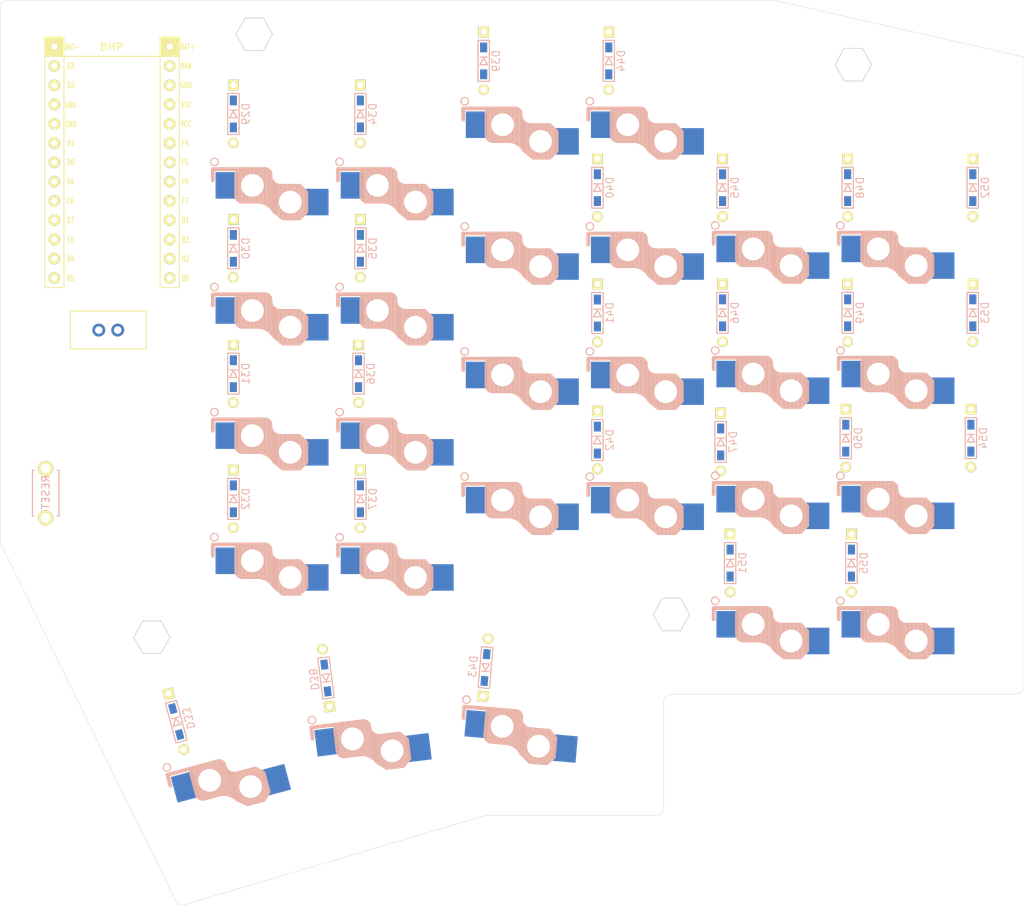
<source format=kicad_pcb>
(kicad_pcb (version 20241229) (generator "pcbnew") (generator_version "9.0")
  (layers (0 "F.Cu" signal) (2 "B.Cu" signal) (13 "F.Paste" user) (15 "B.Paste" user) (5 "F.SilkS" user "F.Silkscreen") (7 "B.SilkS" user "B.Silkscreen") (1 "F.Mask" user) (3 "B.Mask" user) (25 "Edge.Cuts" user))
  (net 0 "")
  (net 1 "Row0")
  (net 2 "Net-(D29-A)")
  (net 3 "Net-(D30-A)")
  (net 4 "Row1")
  (net 5 "Net-(D31-A)")
  (net 6 "Row2")
  (net 7 "Row3")
  (net 8 "Net-(D32-A)")
  (net 9 "Net-(D33-A)")
  (net 10 "Row4")
  (net 11 "Net-(D34-A)")
  (net 12 "Net-(D35-A)")
  (net 13 "Net-(D36-A)")
  (net 14 "Net-(D37-A)")
  (net 15 "Net-(D38-A)")
  (net 16 "Net-(D39-A)")
  (net 17 "Net-(D40-A)")
  (net 18 "Net-(D41-A)")
  (net 19 "Net-(D42-A)")
  (net 20 "Net-(D43-A)")
  (net 21 "Net-(D44-A)")
  (net 22 "Net-(D45-A)")
  (net 23 "Net-(D46-A)")
  (net 24 "Net-(D47-A)")
  (net 25 "Net-(D48-A)")
  (net 26 "Net-(D49-A)")
  (net 27 "Net-(D50-A)")
  (net 28 "Net-(D51-A)")
  (net 29 "Net-(D52-A)")
  (net 30 "Net-(D53-A)")
  (net 31 "Net-(D54-A)")
  (net 32 "Net-(D55-A)")
  (net 33 "GND")
  (net 34 "Bat+")
  (net 35 "Col0")
  (net 36 "Col1")
  (net 37 "Col2")
  (net 38 "Col3")
  (net 39 "Col4")
  (net 40 "Col5")
  (net 41 "Reset")
  (net 42 "VCC")
  (footprint "kbd_Parts:Diode_TH_SMD" (layer "F.Cu") (at 161.25 48 -90)
    (property "Reference" "D44" (at 0 -1.63 90) (layer "B.SilkS") (effects (font (thickness 0.125)) (justify mirror)))
    (property "Value" "D" (hide yes))
    (pad "1" thru_hole rect (at -3.81 0 270) (size 1.397 1.397) (drill 0.8128) (layers "*.Cu" "*.Mask" "F.SilkS") (net 1 "Row0"))
    (pad "1" smd rect (at -1.775 0 270) (size 1.3 0.95) (layers "B.Cu" "B.Mask" "B.Paste") (net 1 "Row0"))
    (pad "2" smd rect (at 1.775 0 270) (size 1.3 0.95) (layers "B.Cu" "B.Mask" "B.Paste") (net 21 "Net-(D44-A)"))
    (pad "2" thru_hole circle (at 3.81 0 270) (size 1.397 1.397) (drill 0.8128) (layers "*.Cu" "*.Mask" "F.SilkS") (net 21 "Net-(D44-A)"))
  )
  (footprint "kbd_Parts:Diode_TH_SMD" (layer "F.Cu") (at 128.5 55 -90)
    (property "Reference" "D34" (at 0 -1.63 90) (layer "B.SilkS") (effects (font (thickness 0.125)) (justify mirror)))
    (property "Value" "D" (hide yes))
    (pad "1" thru_hole rect (at -3.81 0 270) (size 1.397 1.397) (drill 0.8128) (layers "*.Cu" "*.Mask" "F.SilkS") (net 1 "Row0"))
    (pad "1" smd rect (at -1.775 0 270) (size 1.3 0.95) (layers "B.Cu" "B.Mask" "B.Paste") (net 1 "Row0"))
    (pad "2" smd rect (at 1.775 0 270) (size 1.3 0.95) (layers "B.Cu" "B.Mask" "B.Paste") (net 11 "Net-(D34-A)"))
    (pad "2" thru_hole circle (at 3.81 0 270) (size 1.397 1.397) (drill 0.8128) (layers "*.Cu" "*.Mask" "F.SilkS") (net 11 "Net-(D34-A)"))
  )
  (footprint "kbd_Hole:m2_Spacer_Hole_hex" (layer "F.Cu") (at 193.5 48.5)
    (property "Reference" "Ref**")
    (property "Value" "Val**")
    (fp_line (start -2.4 0) (end -1.2 2.15) (stroke (width 0.1)) (layer "Edge.Cuts"))
    (fp_line (start -1.2 -2.15) (end -2.4 0) (stroke (width 0.1)) (layer "Edge.Cuts"))
    (fp_line (start -1.2 2.15) (end 1.2 2.15) (stroke (width 0.1)) (layer "Edge.Cuts"))
    (fp_line (start 1.2 -2.15) (end -1.2 -2.15) (stroke (width 0.1)) (layer "Edge.Cuts"))
    (fp_line (start 1.2 2.15) (end 2.4 0) (stroke (width 0.1)) (layer "Edge.Cuts"))
    (fp_line (start 2.4 0) (end 1.2 -2.15) (stroke (width 0.1)) (layer "Edge.Cuts"))
  )
  (footprint "kbd_SW:Choc_v2_Hotswap_1u_16.5" (layer "F.Cu") (at 152.25 102.221)
    (property "Reference" "SW42" (hide yes))
    (property "Value" "SW_Push" (hide yes))
    (pad "" np_thru_hole circle (at -5 3.7 90) (size 3 3) (drill 3) (layers "*.Cu" "*.Mask"))
    (pad "" np_thru_hole circle (at 0 0 90) (size 4.8 4.8) (drill 4.8) (layers "*.Cu" "*.Mask"))
    (pad "" np_thru_hole circle (at 0 5.9 90) (size 3 3) (drill 3) (layers "*.Cu" "*.Mask"))
    (pad "" np_thru_hole circle (at 5 -5.55) (size 1 1) (drill oval 1) (layers "*.Cu" "*.Mask"))
    (pad "1" smd rect (at -8.35 3.7 180) (size 3 3.5) (layers "B.Cu" "B.Mask" "B.Paste") (net 37 "Col2"))
    (pad "2" smd rect (at 3.55 5.9 180) (size 3 3.5) (layers "B.Cu" "B.Mask" "B.Paste") (net 19 "Net-(D42-A)"))
  )
  (footprint "kbd_Parts:Diode_TH_SMD" (layer "F.Cu") (at 144.75 48 -90)
    (property "Reference" "D39" (at 0 -1.63 90) (layer "B.SilkS") (effects (font (thickness 0.125)) (justify mirror)))
    (property "Value" "D" (hide yes))
    (pad "1" thru_hole rect (at -3.81 0 270) (size 1.397 1.397) (drill 0.8128) (layers "*.Cu" "*.Mask" "F.SilkS") (net 1 "Row0"))
    (pad "1" smd rect (at -1.775 0 270) (size 1.3 0.95) (layers "B.Cu" "B.Mask" "B.Paste") (net 1 "Row0"))
    (pad "2" smd rect (at 1.775 0 270) (size 1.3 0.95) (layers "B.Cu" "B.Mask" "B.Paste") (net 16 "Net-(D39-A)"))
    (pad "2" thru_hole circle (at 3.81 0 270) (size 1.397 1.397) (drill 0.8128) (layers "*.Cu" "*.Mask" "F.SilkS") (net 16 "Net-(D39-A)"))
  )
  (footprint "kbd_SW:Choc_v2_Hotswap_1u_16.5" (layer "F.Cu") (at 131.9625 133.125 7)
    (property "Reference" "SW38" (hide yes))
    (property "Value" "SW_Push" (hide yes))
    (pad "" np_thru_hole circle (at -5 3.7 97) (size 3 3) (drill 3) (layers "*.Cu" "*.Mask"))
    (pad "" np_thru_hole circle (at 0 0 97) (size 4.8 4.8) (drill 4.8) (layers "*.Cu" "*.Mask"))
    (pad "" np_thru_hole circle (at 0 5.9 97) (size 3 3) (drill 3) (layers "*.Cu" "*.Mask"))
    (pad "" np_thru_hole circle (at 5 -5.55 7) (size 1 1) (drill oval 1) (layers "*.Cu" "*.Mask"))
    (pad "1" smd rect (at -8.35 3.7 187) (size 3 3.5) (layers "B.Cu" "B.Mask" "B.Paste") (net 36 "Col1"))
    (pad "2" smd rect (at 3.55 5.9 187) (size 3 3.5) (layers "B.Cu" "B.Mask" "B.Paste") (net 15 "Net-(D38-A)"))
  )
  (footprint "kbd_SW:Choc_v2_Hotswap_1u_16.5" (layer "F.Cu") (at 112.5 138 15)
    (property "Reference" "SW33" (hide yes))
    (property "Value" "SW_Push" (hide yes))
    (pad "" np_thru_hole circle (at -5 3.7 105) (size 3 3) (drill 3) (layers "*.Cu" "*.Mask"))
    (pad "" np_thru_hole circle (at 0 0 105) (size 4.8 4.8) (drill 4.8) (layers "*.Cu" "*.Mask"))
    (pad "" np_thru_hole circle (at 0 5.9 105) (size 3 3) (drill 3) (layers "*.Cu" "*.Mask"))
    (pad "" np_thru_hole circle (at 5 -5.550002 15) (size 1 1) (drill oval 1) (layers "*.Cu" "*.Mask"))
    (pad "1" smd rect (at -8.35 3.7 195) (size 3 3.5) (layers "B.Cu" "B.Mask" "B.Paste") (net 35 "Col0"))
    (pad "2" smd rect (at 3.55 5.9 195) (size 3 3.5) (layers "B.Cu" "B.Mask" "B.Paste") (net 9 "Net-(D33-A)"))
  )
  (footprint "kbd_SW:Choc_v2_Hotswap_1u_16.5" (layer "F.Cu") (at 185.2875 118.596)
    (property "Reference" "SW51" (hide yes))
    (property "Value" "SW_Push" (hide yes))
    (pad "" np_thru_hole circle (at -5 3.7 90) (size 3 3) (drill 3) (layers "*.Cu" "*.Mask"))
    (pad "" np_thru_hole circle (at 0 0 90) (size 4.8 4.8) (drill 4.8) (layers "*.Cu" "*.Mask"))
    (pad "" np_thru_hole circle (at 0 5.9 90) (size 3 3) (drill 3) (layers "*.Cu" "*.Mask"))
    (pad "" np_thru_hole circle (at 5 -5.55) (size 1 1) (drill oval 1) (layers "*.Cu" "*.Mask"))
    (pad "1" smd rect (at -8.35 3.7 180) (size 3 3.5) (layers "B.Cu" "B.Mask" "B.Paste") (net 39 "Col4"))
    (pad "2" smd rect (at 3.55 5.9 180) (size 3 3.5) (layers "B.Cu" "B.Mask" "B.Paste") (net 28 "Net-(D51-A)"))
  )
  (footprint "kbd_Hole:m2_Spacer_Hole_hex" (layer "F.Cu") (at 114.5 44.5)
    (property "Reference" "Ref**")
    (property "Value" "Val**")
    (fp_line (start -2.4 0) (end -1.2 2.15) (stroke (width 0.1)) (layer "Edge.Cuts"))
    (fp_line (start -1.2 -2.15) (end -2.4 0) (stroke (width 0.1)) (layer "Edge.Cuts"))
    (fp_line (start -1.2 2.15) (end 1.2 2.15) (stroke (width 0.1)) (layer "Edge.Cuts"))
    (fp_line (start 1.2 -2.15) (end -1.2 -2.15) (stroke (width 0.1)) (layer "Edge.Cuts"))
    (fp_line (start 1.2 2.15) (end 2.4 0) (stroke (width 0.1)) (layer "Edge.Cuts"))
    (fp_line (start 2.4 0) (end 1.2 -2.15) (stroke (width 0.1)) (layer "Edge.Cuts"))
  )
  (footprint "kbd_Hole:m2_Spacer_Hole_hex" (layer "F.Cu") (at 169.5 121)
    (property "Reference" "Ref**")
    (property "Value" "Val**")
    (fp_line (start -2.4 0) (end -1.2 2.15) (stroke (width 0.1)) (layer "Edge.Cuts"))
    (fp_line (start -1.2 -2.15) (end -2.4 0) (stroke (width 0.1)) (layer "Edge.Cuts"))
    (fp_line (start -1.2 2.15) (end 1.2 2.15) (stroke (width 0.1)) (layer "Edge.Cuts"))
    (fp_line (start 1.2 -2.15) (end -1.2 -2.15) (stroke (width 0.1)) (layer "Edge.Cuts"))
    (fp_line (start 1.2 2.15) (end 2.4 0) (stroke (width 0.1)) (layer "Edge.Cuts"))
    (fp_line (start 2.4 0) (end 1.2 -2.15) (stroke (width 0.1)) (layer "Edge.Cuts"))
  )
  (footprint "kbd_Parts:Diode_TH_SMD" (layer "F.Cu") (at 128.5 105.75 -90)
    (property "Reference" "D37" (at 0 -1.63 90) (layer "B.SilkS") (effects (font (thickness 0.125)) (justify mirror)))
    (property "Value" "D" (hide yes))
    (pad "1" thru_hole rect (at -3.81 0 270) (size 1.397 1.397) (drill 0.8128) (layers "*.Cu" "*.Mask" "F.SilkS") (net 7 "Row3"))
    (pad "1" smd rect (at -1.775 0 270) (size 1.3 0.95) (layers "B.Cu" "B.Mask" "B.Paste") (net 7 "Row3"))
    (pad "2" smd rect (at 1.775 0 270) (size 1.3 0.95) (layers "B.Cu" "B.Mask" "B.Paste") (net 14 "Net-(D37-A)"))
    (pad "2" thru_hole circle (at 3.81 0 270) (size 1.397 1.397) (drill 0.8128) (layers "*.Cu" "*.Mask" "F.SilkS") (net 14 "Net-(D37-A)"))
  )
  (footprint "kbd_Parts:Diode_TH_SMD" (layer "F.Cu") (at 159.75 64.721 -90)
    (property "Reference" "D40" (at 0 -1.63 90) (layer "B.SilkS") (effects (font (thickness 0.125)) (justify mirror)))
    (property "Value" "D" (hide yes))
    (pad "1" thru_hole rect (at -3.81 0 270) (size 1.397 1.397) (drill 0.8128) (layers "*.Cu" "*.Mask" "F.SilkS") (net 4 "Row1"))
    (pad "1" smd rect (at -1.775 0 270) (size 1.3 0.95) (layers "B.Cu" "B.Mask" "B.Paste") (net 4 "Row1"))
    (pad "2" smd rect (at 1.775 0 270) (size 1.3 0.95) (layers "B.Cu" "B.Mask" "B.Paste") (net 17 "Net-(D40-A)"))
    (pad "2" thru_hole circle (at 3.81 0 270) (size 1.397 1.397) (drill 0.8128) (layers "*.Cu" "*.Mask" "F.SilkS") (net 17 "Net-(D40-A)"))
  )
  (footprint "kbd_Parts:Diode_TH_SMD" (layer "F.Cu") (at 159.75 81.25 -90)
    (property "Reference" "D41" (at 0 -1.63 90) (layer "B.SilkS") (effects (font (thickness 0.125)) (justify mirror)))
    (property "Value" "D" (hide yes))
    (pad "1" thru_hole rect (at -3.81 0 270) (size 1.397 1.397) (drill 0.8128) (layers "*.Cu" "*.Mask" "F.SilkS") (net 6 "Row2"))
    (pad "1" smd rect (at -1.775 0 270) (size 1.3 0.95) (layers "B.Cu" "B.Mask" "B.Paste") (net 6 "Row2"))
    (pad "2" smd rect (at 1.775 0 270) (size 1.3 0.95) (layers "B.Cu" "B.Mask" "B.Paste") (net 18 "Net-(D41-A)"))
    (pad "2" thru_hole circle (at 3.81 0 270) (size 1.397 1.397) (drill 0.8128) (layers "*.Cu" "*.Mask" "F.SilkS") (net 18 "Net-(D41-A)"))
  )
  (footprint "kbd_SW:Choc_v2_Hotswap_1u_16.5" (layer "F.Cu") (at 119.25 60.721)
    (property "Reference" "SW29" (hide yes))
    (property "Value" "SW_Push" (hide yes))
    (pad "" np_thru_hole circle (at -5 3.7 90) (size 3 3) (drill 3) (layers "*.Cu" "*.Mask"))
    (pad "" np_thru_hole circle (at 0 0 90) (size 4.8 4.8) (drill 4.8) (layers "*.Cu" "*.Mask"))
    (pad "" np_thru_hole circle (at 0 5.9 90) (size 3 3) (drill 3) (layers "*.Cu" "*.Mask"))
    (pad "" np_thru_hole circle (at 5 -5.55) (size 1 1) (drill oval 1) (layers "*.Cu" "*.Mask"))
    (pad "1" smd rect (at -8.35 3.7 180) (size 3 3.5) (layers "B.Cu" "B.Mask" "B.Paste") (net 35 "Col0"))
    (pad "2" smd rect (at 3.55 5.9 180) (size 3 3.5) (layers "B.Cu" "B.Mask" "B.Paste") (net 2 "Net-(D29-A)"))
  )
  (footprint "kbd_SW:Choc_v2_Hotswap_1u_16.5" (layer "F.Cu") (at 168.75 85.721)
    (property "Reference" "SW46" (hide yes))
    (property "Value" "SW_Push" (hide yes))
    (pad "" np_thru_hole circle (at -5 3.7 90) (size 3 3) (drill 3) (layers "*.Cu" "*.Mask"))
    (pad "" np_thru_hole circle (at 0 0 90) (size 4.8 4.8) (drill 4.8) (layers "*.Cu" "*.Mask"))
    (pad "" np_thru_hole circle (at 0 5.9 90) (size 3 3) (drill 3) (layers "*.Cu" "*.Mask"))
    (pad "" np_thru_hole circle (at 5 -5.55) (size 1 1) (drill oval 1) (layers "*.Cu" "*.Mask"))
    (pad "1" smd rect (at -8.35 3.7 180) (size 3 3.5) (layers "B.Cu" "B.Mask" "B.Paste") (net 38 "Col3"))
    (pad "2" smd rect (at 3.55 5.9 180) (size 3 3.5) (layers "B.Cu" "B.Mask" "B.Paste") (net 23 "Net-(D46-A)"))
  )
  (footprint "kbd_SW:Choc_v2_Hotswap_1u_16.5" (layer "F.Cu") (at 201.7875 102.096)
    (property "Reference" "SW54" (hide yes))
    (property "Value" "SW_Push" (hide yes))
    (pad "" np_thru_hole circle (at -5 3.7 90) (size 3 3) (drill 3) (layers "*.Cu" "*.Mask"))
    (pad "" np_thru_hole circle (at 0 0 90) (size 4.8 4.8) (drill 4.8) (layers "*.Cu" "*.Mask"))
    (pad "" np_thru_hole circle (at 0 5.9 90) (size 3 3) (drill 3) (layers "*.Cu" "*.Mask"))
    (pad "" np_thru_hole circle (at 5 -5.55) (size 1 1) (drill oval 1) (layers "*.Cu" "*.Mask"))
    (pad "1" smd rect (at -8.35 3.7 180) (size 3 3.5) (layers "B.Cu" "B.Mask" "B.Paste") (net 40 "Col5"))
    (pad "2" smd rect (at 3.55 5.9 180) (size 3 3.5) (layers "B.Cu" "B.Mask" "B.Paste") (net 31 "Net-(D54-A)"))
  )
  (footprint "kbd_SW:Choc_v2_Hotswap_1u_16.5" (layer "F.Cu") (at 185.2875 102.096)
    (property "Reference" "SW50" (hide yes))
    (property "Value" "SW_Push" (hide yes))
    (pad "" np_thru_hole circle (at -5 3.7 90) (size 3 3) (drill 3) (layers "*.Cu" "*.Mask"))
    (pad "" np_thru_hole circle (at 0 0 90) (size 4.8 4.8) (drill 4.8) (layers "*.Cu" "*.Mask"))
    (pad "" np_thru_hole circle (at 0 5.9 90) (size 3 3) (drill 3) (layers "*.Cu" "*.Mask"))
    (pad "" np_thru_hole circle (at 5 -5.55) (size 1 1) (drill oval 1) (layers "*.Cu" "*.Mask"))
    (pad "1" smd rect (at -8.35 3.7 180) (size 3 3.5) (layers "B.Cu" "B.Mask" "B.Paste") (net 39 "Col4"))
    (pad "2" smd rect (at 3.55 5.9 180) (size 3 3.5) (layers "B.Cu" "B.Mask" "B.Paste") (net 27 "Net-(D50-A)"))
  )
  (footprint "kbd_Parts:Diode_TH_SMD" (layer "F.Cu") (at 176.25 64.721 -90)
    (property "Reference" "D45" (at 0 -1.63 90) (layer "B.SilkS") (effects (font (thickness 0.125)) (justify mirror)))
    (property "Value" "D" (hide yes))
    (pad "1" thru_hole rect (at -3.81 0 270) (size 1.397 1.397) (drill 0.8128) (layers "*.Cu" "*.Mask" "F.SilkS") (net 4 "Row1"))
    (pad "1" smd rect (at -1.775 0 270) (size 1.3 0.95) (layers "B.Cu" "B.Mask" "B.Paste") (net 4 "Row1"))
    (pad "2" smd rect (at 1.775 0 270) (size 1.3 0.95) (layers "B.Cu" "B.Mask" "B.Paste") (net 22 "Net-(D45-A)"))
    (pad "2" thru_hole circle (at 3.81 0 270) (size 1.397 1.397) (drill 0.8128) (layers "*.Cu" "*.Mask" "F.SilkS") (net 22 "Net-(D45-A)"))
  )
  (footprint "kbd_Parts:Diode_TH_SMD" (layer "F.Cu") (at 209.25 81.221 -90)
    (property "Reference" "D53" (at 0 -1.63 90) (layer "B.SilkS") (effects (font (thickness 0.125)) (justify mirror)))
    (property "Value" "D" (hide yes))
    (pad "1" thru_hole rect (at -3.81 0 270) (size 1.397 1.397) (drill 0.8128) (layers "*.Cu" "*.Mask" "F.SilkS") (net 4 "Row1"))
    (pad "1" smd rect (at -1.775 0 270) (size 1.3 0.95) (layers "B.Cu" "B.Mask" "B.Paste") (net 4 "Row1"))
    (pad "2" smd rect (at 1.775 0 270) (size 1.3 0.95) (layers "B.Cu" "B.Mask" "B.Paste") (net 30 "Net-(D53-A)"))
    (pad "2" thru_hole circle (at 3.81 0 270) (size 1.397 1.397) (drill 0.8128) (layers "*.Cu" "*.Mask" "F.SilkS") (net 30 "Net-(D53-A)"))
  )
  (footprint "kbd_Parts:Micon_BMP_7sKB" (layer "F.Cu") (at 95.7022 63.159)
    (property "Reference" "U1" (hide yes))
    (property "Value" "Micon_BLEMicroPro" (hide yes))
    (fp_text user "VCC" (at 9.8083 -6.858 0) (layer "F.SilkS") (effects (font (size 0.75 0.5) (thickness 0.125))))
    (fp_text user "B1" (at 9.7428 5.85 0) (layer "F.SilkS") (effects (font (size 0.75 0.5) (thickness 0.125))))
    (fp_text user "BAT-" (at -5.2072 -17.018 0) (layer "F.SilkS") (effects (font (size 0.75 0.5) (thickness 0.125))))
    (fp_text user "B5" (at -5.4072 13.5255 0) (layer "F.SilkS") (effects (font (size 0.75 0.5) (thickness 0.125))))
    (fp_text user "B2" (at 9.7428 10.95 0) (layer "F.SilkS") (effects (font (size 0.75 0.5) (thickness 0.125))))
    (fp_text user "D4" (at -5.4072 0.8 0) (layer "F.SilkS") (effects (font (size 0.75 0.5) (thickness 0.125))))
    (fp_text user "D2" (at -5.3572 -11.95 0) (layer "F.SilkS") (effects (font (size 0.75 0.5) (thickness 0.125))))
    (fp_text user "B6" (at 9.7428 13.5 0) (layer "F.SilkS") (effects (font (size 0.75 0.5) (thickness 0.125))))
    (fp_text user "GND" (at -5.3682 -6.7945 0) (layer "F.SilkS") (effects (font (size 0.75 0.5) (thickness 0.125))))
    (fp_text user "F7" (at 9.6928 3.35 0) (layer "F.SilkS") (effects (font (size 0.75 0.5) (thickness 0.125))))
    (fp_text user "" (at 0.5928 -17.25 0) (layer "F.SilkS"))
    (fp_text user "B3" (at 9.7428 8.4455 0) (layer "F.SilkS") (effects (font (size 0.75 0.5) (thickness 0.125))))
    (fp_text user "E6" (at -5.4072 8.4455 0) (layer "F.SilkS") (effects (font (size 0.75 0.5) (thickness 0.125))))
    (fp_text user "B4" (at -5.4072 10.922 0) (layer "F.SilkS") (effects (font (size 0.75 0.5) (thickness 0.125))))
    (fp_text user "D0" (at -5.3682 -1.778 0) (layer "F.SilkS") (effects (font (size 0.75 0.5) (thickness 0.125))))
    (fp_text user "C6" (at -5.4572 3.302 0) (layer "F.SilkS") (effects (font (size 0.75 0.5) (thickness 0.125))))
    (fp_text user "BAT+" (at 10.0083 -17.018 0) (layer "F.SilkS") (effects (font (size 0.75 0.5) (thickness 0.125))))
    (fp_text user "D7" (at -5.4072 5.85 0) (layer "F.SilkS") (effects (font (size 0.75 0.5) (thickness 0.125))))
    (fp_text user "RST" (at 9.8083 -9.3345 0) (layer "F.SilkS") (effects (font (size 0.75 0.5) (thickness 0.125))))
    (fp_text user "F4" (at 9.6928 -4.3 0) (layer "F.SilkS") (effects (font (size 0.75 0.5) (thickness 0.125))))
    (fp_text user "GND" (at 9.8083 -11.938 0) (layer "F.SilkS") (effects (font (size 0.75 0.5) (thickness 0.125))))
    (fp_text user "F6" (at 9.6928 0.762 0) (layer "F.SilkS") (effects (font (size 0.75 0.5) (thickness 0.125))))
    (fp_text user "D1" (at -5.3682 -4.318 0) (layer "F.SilkS") (effects (font (size 0.75 0.5) (thickness 0.125))))
    (fp_text user "BMP" (at 0 -17 0) (layer "F.SilkS"))
    (fp_text user "F5" (at 9.6428 -1.778 0) (layer "F.SilkS") (effects (font (size 0.75 0.5) (thickness 0.125))))
    (fp_text user "D3" (at -5.4072 -14.478 0) (layer "F.SilkS") (effects (font (size 0.75 0.5) (thickness 0.125))))
    (fp_text user "RAW" (at 9.8083 -14.478 0) (layer "F.SilkS") (effects (font (size 0.75 0.5) (thickness 0.125))))
    (fp_text user "GND" (at -5.4317 -9.3345 0) (layer "F.SilkS") (effects (font (size 0.75 0.5) (thickness 0.125))))
    (fp_text user "" (at 1.2993 -16.256 0) (layer "B.SilkS") (effects (justify mirror)))
    (pad "1" thru_hole circle (at -7.5636 -14.478) (size 1.524 1.524) (drill 0.8128) (layers "*.Cu" "*.Mask" "F.SilkS"))
    (pad "2" thru_hole circle (at -7.5636 -11.938) (size 1.524 1.524) (drill 0.8128) (layers "*.Cu" "*.Mask" "F.SilkS"))
    (pad "3" thru_hole circle (at -7.5636 -9.398) (size 1.524 1.524) (drill 0.8128) (layers "*.Cu" "*.Mask" "F.SilkS") (net 33 "GND"))
    (pad "4" thru_hole circle (at -7.5636 -6.858) (size 1.524 1.524) (drill 0.8128) (layers "*.Cu" "*.Mask" "F.SilkS") (net 33 "GND"))
    (pad "5" thru_hole circle (at -7.5636 -4.318) (size 1.524 1.524) (drill 0.8128) (layers "*.Cu" "*.Mask" "F.SilkS"))
    (pad "6" thru_hole circle (at -7.5636 -1.778) (size 1.524 1.524) (drill 0.8128) (layers "*.Cu" "*.Mask" "F.SilkS"))
    (pad "7" thru_hole circle (at -7.5636 0.762) (size 1.524 1.524) (drill 0.8128) (layers "*.Cu" "*.Mask" "F.SilkS") (net 1 "Row0"))
    (pad "8" thru_hole circle (at -7.5636 3.302) (size 1.524 1.524) (drill 0.8128) (layers "*.Cu" "*.Mask" "F.SilkS") (net 4 "Row1"))
    (pad "9" thru_hole circle (at -7.5636 5.842) (size 1.524 1.524) (drill 0.8128) (layers "*.Cu" "*.Mask" "F.SilkS") (net 6 "Row2"))
    (pad "10" thru_hole circle (at -7.5636 8.382) (size 1.524 1.524) (drill 0.8128) (layers "*.Cu" "*.Mask" "F.SilkS") (net 7 "Row3"))
    (pad "11" thru_hole circle (at -7.5636 10.922) (size 1.524 1.524) (drill 0.8128) (layers "*.Cu" "*.Mask" "F.SilkS") (net 10 "Row4"))
    (pad "12" thru_hole circle (at -7.5636 13.462) (size 1.524 1.524) (drill 0.8128) (layers "*.Cu" "*.Mask" "F.SilkS"))
    (pad "13" thru_hole circle (at 7.6564 13.462) (size 1.524 1.524) (drill 0.8128) (layers "*.Cu" "*.Mask" "F.SilkS"))
    (pad "14" thru_hole circle (at 7.6564 10.922) (size 1.524 1.524) (drill 0.8128) (layers "*.Cu" "*.Mask" "F.SilkS"))
    (pad "15" thru_hole circle (at 7.6564 8.382) (size 1.524 1.524) (drill 0.8128) (layers "*.Cu" "*.Mask" "F.SilkS") (net 40 "Col5"))
    (pad "16" thru_hole circle (at 7.6564 5.842) (size 1.524 1.524) (drill 0.8128) (layers "*.Cu" "*.Mask" "F.SilkS") (net 39 "Col4"))
    (pad "17" thru_hole circle (at 7.6564 3.302) (size 1.524 1.524) (drill 0.8128) (layers "*.Cu" "*.Mask" "F.SilkS") (net 38 "Col3"))
    (pad "18" thru_hole circle (at 7.6564 0.762) (size 1.524 1.524) (drill 0.8128) (layers "*.Cu" "*.Mask" "F.SilkS") (net 37 "Col2"))
    (pad "19" thru_hole circle (at 7.6564 -1.778) (size 1.524 1.524) (drill 0.8128) (layers "*.Cu" "*.Mask" "F.SilkS") (net 36 "Col1"))
    (pad "20" thru_hole circle (at 7.6564 -4.318) (size 1.524 1.524) (drill 0.8128) (layers "*.Cu" "*.Mask" "F.SilkS") (net 35 "Col0"))
    (pad "21" thru_hole circle (at 7.6564 -6.858) (size 1.524 1.524) (drill 0.8128) (layers "*.Cu" "*.Mask" "F.SilkS") (net 42 "VCC"))
    (pad "22" thru_hole circle (at 7.6564 -9.398) (size 1.524 1.524) (drill 0.8128) (layers "*.Cu" "*.Mask" "F.SilkS") (net 41 "Reset"))
    (pad "23" thru_hole circle (at 7.6564 -11.938) (size 1.524 1.524) (drill 0.8128) (layers "*.Cu" "*.Mask" "F.SilkS") (net 33 "GND"))
    (pad "24" thru_hole circle (at 7.6564 -14.478) (size 1.524 1.524) (drill 0.8128) (layers "*.Cu" "*.Mask" "F.SilkS"))
    (pad "25" thru_hole circle (at 7.6564 -17.018) (size 1.524 1.524) (drill 0.8128) (layers "*.Cu" "*.Mask" "F.SilkS") (net 34 "Bat+"))
    (pad "26" thru_hole circle (at -7.5636 -17.018) (size 1.524 1.524) (drill 0.8128) (layers "*.Cu" "*.Mask" "F.SilkS") (net 33 "GND"))
  )
  (footprint "kbd_Parts:Diode_TH_SMD" (layer "F.Cu") (at 128.25 89.25 -90)
    (property "Reference" "D36" (at 0 -1.63 90) (layer "B.SilkS") (effects (font (thickness 0.125)) (justify mirror)))
    (property "Value" "D" (hide yes))
    (pad "1" thru_hole rect (at -3.81 0 270) (size 1.397 1.397) (drill 0.8128) (layers "*.Cu" "*.Mask" "F.SilkS") (net 6 "Row2"))
    (pad "1" smd rect (at -1.775 0 270) (size 1.3 0.95) (layers "B.Cu" "B.Mask" "B.Paste") (net 6 "Row2"))
    (pad "2" smd rect (at 1.775 0 270) (size 1.3 0.95) (layers "B.Cu" "B.Mask" "B.Paste") (net 13 "Net-(D36-A)"))
    (pad "2" thru_hole circle (at 3.81 0 270) (size 1.397 1.397) (drill 0.8128) (layers "*.Cu" "*.Mask" "F.SilkS") (net 13 "Net-(D36-A)"))
  )
  (footprint "kbd_Parts:Diode_TH_SMD" (layer "F.Cu") (at 209.25 64.721 -90)
    (property "Reference" "D52" (at 0 -1.63 90) (layer "B.SilkS") (effects (font (thickness 0.125)) (justify mirror)))
    (property "Value" "D" (hide yes))
    (pad "1" thru_hole rect (at -3.81 0 270) (size 1.397 1.397) (drill 0.8128) (layers "*.Cu" "*.Mask" "F.SilkS") (net 1 "Row0"))
    (pad "1" smd rect (at -1.775 0 270) (size 1.3 0.95) (layers "B.Cu" "B.Mask" "B.Paste") (net 1 "Row0"))
    (pad "2" smd rect (at 1.775 0 270) (size 1.3 0.95) (layers "B.Cu" "B.Mask" "B.Paste") (net 29 "Net-(D52-A)"))
    (pad "2" thru_hole circle (at 3.81 0 270) (size 1.397 1.397) (drill 0.8128) (layers "*.Cu" "*.Mask" "F.SilkS") (net 29 "Net-(D52-A)"))
  )
  (footprint "kbd_Parts:Diode_TH_SMD" (layer "F.Cu") (at 111.75 72.721 -90)
    (property "Reference" "D30" (at 0 -1.63 90) (layer "B.SilkS") (effects (font (thickness 0.125)) (justify mirror)))
    (property "Value" "D" (hide yes))
    (pad "1" thru_hole rect (at -3.81 0 270) (size 1.397 1.397) (drill 0.8128) (layers "*.Cu" "*.Mask" "F.SilkS") (net 4 "Row1"))
    (pad "1" smd rect (at -1.775 0 270) (size 1.3 0.95) (layers "B.Cu" "B.Mask" "B.Paste") (net 4 "Row1"))
    (pad "2" smd rect (at 1.775 0 270) (size 1.3 0.95) (layers "B.Cu" "B.Mask" "B.Paste") (net 3 "Net-(D30-A)"))
    (pad "2" thru_hole circle (at 3.81 0 270) (size 1.397 1.397) (drill 0.8128) (layers "*.Cu" "*.Mask" "F.SilkS") (net 3 "Net-(D30-A)"))
  )
  (footprint "kbd_SW:Choc_v2_Hotswap_1u_16.5" (layer "F.Cu") (at 135.75 93.721)
    (property "Reference" "SW36" (hide yes))
    (property "Value" "SW_Push" (hide yes))
    (pad "" np_thru_hole circle (at -5 3.7 90) (size 3 3) (drill 3) (layers "*.Cu" "*.Mask"))
    (pad "" np_thru_hole circle (at 0 0 90) (size 4.8 4.8) (drill 4.8) (layers "*.Cu" "*.Mask"))
    (pad "" np_thru_hole circle (at 0 5.9 90) (size 3 3) (drill 3) (layers "*.Cu" "*.Mask"))
    (pad "" np_thru_hole circle (at 5 -5.55) (size 1 1) (drill oval 1) (layers "*.Cu" "*.Mask"))
    (pad "1" smd rect (at -8.35 3.7 180) (size 3 3.5) (layers "B.Cu" "B.Mask" "B.Paste") (net 36 "Col1"))
    (pad "2" smd rect (at 3.55 5.9 180) (size 3 3.5) (layers "B.Cu" "B.Mask" "B.Paste") (net 13 "Net-(D36-A)"))
  )
  (footprint "kbd_SW:Choc_v2_Hotswap_1u_16.5" (layer "F.Cu") (at 119.25 77.221)
    (property "Reference" "SW30" (hide yes))
    (property "Value" "SW_Push" (hide yes))
    (pad "" np_thru_hole circle (at -5 3.7 90) (size 3 3) (drill 3) (layers "*.Cu" "*.Mask"))
    (pad "" np_thru_hole circle (at 0 0 90) (size 4.8 4.8) (drill 4.8) (layers "*.Cu" "*.Mask"))
    (pad "" np_thru_hole circle (at 0 5.9 90) (size 3 3) (drill 3) (layers "*.Cu" "*.Mask"))
    (pad "" np_thru_hole circle (at 5 -5.55) (size 1 1) (drill oval 1) (layers "*.Cu" "*.Mask"))
    (pad "1" smd rect (at -8.35 3.7 180) (size 3 3.5) (layers "B.Cu" "B.Mask" "B.Paste") (net 35 "Col0"))
    (pad "2" smd rect (at 3.55 5.9 180) (size 3 3.5) (layers "B.Cu" "B.Mask" "B.Paste") (net 3 "Net-(D30-A)"))
  )
  (footprint "kbd_Parts:Diode_TH_SMD" (layer "F.Cu") (at 123.9625 129.375 97)
    (property "Reference" "D38" (at 0 -1.63 277) (layer "B.SilkS") (effects (font (thickness 0.125)) (justify mirror)))
    (property "Value" "D" (hide yes))
    (pad "1" thru_hole rect (at -3.81 0 97) (size 1.397 1.397) (drill 0.8128) (layers "*.Cu" "*.Mask" "F.SilkS") (net 10 "Row4"))
    (pad "1" smd rect (at -1.775 0 97) (size 1.3 0.95) (layers "B.Cu" "B.Mask" "B.Paste") (net 10 "Row4"))
    (pad "2" smd rect (at 1.775 0 97) (size 1.3 0.95) (layers "B.Cu" "B.Mask" "B.Paste") (net 15 "Net-(D38-A)"))
    (pad "2" thru_hole circle (at 3.81 0 97) (size 1.397 1.397) (drill 0.8128) (layers "*.Cu" "*.Mask" "F.SilkS") (net 15 "Net-(D38-A)"))
  )
  (footprint "kbd_Parts:Diode_TH_SMD" (layer "F.Cu") (at 104.2125 135.125 -75)
    (property "Reference" "D33" (at 0 -1.63 105) (layer "B.SilkS") (effects (font (thickness 0.125)) (justify mirror)))
    (property "Value" "D" (hide yes))
    (pad "1" thru_hole rect (at -3.81 0.000001 285) (size 1.397 1.397) (drill 0.8128) (layers "*.Cu" "*.Mask" "F.SilkS") (net 10 "Row4"))
    (pad "1" smd rect (at -1.775 0 285) (size 1.3 0.95) (layers "B.Cu" "B.Mask" "B.Paste") (net 10 "Row4"))
    (pad "2" smd rect (at 1.775 0 285) (size 1.3 0.95) (layers "B.Cu" "B.Mask" "B.Paste") (net 9 "Net-(D33-A)"))
    (pad "2" thru_hole circle (at 3.81 -0.000001 285) (size 1.397 1.397) (drill 0.8128) (layers "*.Cu" "*.Mask" "F.SilkS") (net 9 "Net-(D33-A)"))
  )
  (footprint "kbd_SW:Choc_v2_Hotswap_1u_16.5" (layer "F.Cu") (at 201.7875 69.096)
    (property "Reference" "SW52" (hide yes))
    (property "Value" "SW_Push" (hide yes))
    (pad "" np_thru_hole circle (at -5 3.7 90) (size 3 3) (drill 3) (layers "*.Cu" "*.Mask"))
    (pad "" np_thru_hole circle (at 0 0 90) (size 4.8 4.8) (drill 4.8) (layers "*.Cu" "*.Mask"))
    (pad "" np_thru_hole circle (at 0 5.9 90) (size 3 3) (drill 3) (layers "*.Cu" "*.Mask"))
    (pad "" np_thru_hole circle (at 5 -5.55) (size 1 1) (drill oval 1) (layers "*.Cu" "*.Mask"))
    (pad "1" smd rect (at -8.35 3.7 180) (size 3 3.5) (layers "B.Cu" "B.Mask" "B.Paste") (net 40 "Col5"))
    (pad "2" smd rect (at 3.55 5.9 180) (size 3 3.5) (layers "B.Cu" "B.Mask" "B.Paste") (net 29 "Net-(D52-A)"))
  )
  (footprint "kbd_Parts:Diode_TH_SMD" (layer "F.Cu") (at 111.75 89.25 -90)
    (property "Reference" "D31" (at 0 -1.63 90) (layer "B.SilkS") (effects (font (thickness 0.125)) (justify mirror)))
    (property "Value" "D" (hide yes))
    (pad "1" thru_hole rect (at -3.81 0 270) (size 1.397 1.397) (drill 0.8128) (layers "*.Cu" "*.Mask" "F.SilkS") (net 6 "Row2"))
    (pad "1" smd rect (at -1.775 0 270) (size 1.3 0.95) (layers "B.Cu" "B.Mask" "B.Paste") (net 6 "Row2"))
    (pad "2" smd rect (at 1.775 0 270) (size 1.3 0.95) (layers "B.Cu" "B.Mask" "B.Paste") (net 5 "Net-(D31-A)"))
    (pad "2" thru_hole circle (at 3.81 0 270) (size 1.397 1.397) (drill 0.8128) (layers "*.Cu" "*.Mask" "F.SilkS") (net 5 "Net-(D31-A)"))
  )
  (footprint "kbd_SW:Choc_v2_Hotswap_1u_16.5" (layer "F.Cu") (at 185.2875 69.096)
    (property "Reference" "SW48" (hide yes))
    (property "Value" "SW_Push" (hide yes))
    (pad "" np_thru_hole circle (at -5 3.7 90) (size 3 3) (drill 3) (layers "*.Cu" "*.Mask"))
    (pad "" np_thru_hole circle (at 0 0 90) (size 4.8 4.8) (drill 4.8) (layers "*.Cu" "*.Mask"))
    (pad "" np_thru_hole circle (at 0 5.9 90) (size 3 3) (drill 3) (layers "*.Cu" "*.Mask"))
    (pad "" np_thru_hole circle (at 5 -5.55) (size 1 1) (drill oval 1) (layers "*.Cu" "*.Mask"))
    (pad "1" smd rect (at -8.35 3.7 180) (size 3 3.5) (layers "B.Cu" "B.Mask" "B.Paste") (net 39 "Col4"))
    (pad "2" smd rect (at 3.55 5.9 180) (size 3 3.5) (layers "B.Cu" "B.Mask" "B.Paste") (net 25 "Net-(D48-A)"))
  )
  (footprint "kbd_SW:Choc_v2_Hotswap_1u_16.5" (layer "F.Cu") (at 135.75 110.221)
    (property "Reference" "SW37" (hide yes))
    (property "Value" "SW_Push" (hide yes))
    (pad "" np_thru_hole circle (at -5 3.7 90) (size 3 3) (drill 3) (layers "*.Cu" "*.Mask"))
    (pad "" np_thru_hole circle (at 0 0 90) (size 4.8 4.8) (drill 4.8) (layers "*.Cu" "*.Mask"))
    (pad "" np_thru_hole circle (at 0 5.9 90) (size 3 3) (drill 3) (layers "*.Cu" "*.Mask"))
    (pad "" np_thru_hole circle (at 5 -5.55) (size 1 1) (drill oval 1) (layers "*.Cu" "*.Mask"))
    (pad "1" smd rect (at -8.35 3.7 180) (size 3 3.5) (layers "B.Cu" "B.Mask" "B.Paste") (net 36 "Col1"))
    (pad "2" smd rect (at 3.55 5.9 180) (size 3 3.5) (layers "B.Cu" "B.Mask" "B.Paste") (net 14 "Net-(D37-A)"))
  )
  (footprint "kbd_Parts:Diode_TH_SMD" (layer "F.Cu") (at 176 98.25 -90)
    (property "Reference" "D47" (at 0 -1.63 90) (layer "B.SilkS") (effects (font (thickness 0.125)) (justify mirror)))
    (property "Value" "D" (hide yes))
    (pad "1" thru_hole rect (at -3.81 0 270) (size 1.397 1.397) (drill 0.8128) (layers "*.Cu" "*.Mask" "F.SilkS") (net 7 "Row3"))
    (pad "1" smd rect (at -1.775 0 270) (size 1.3 0.95) (layers "B.Cu" "B.Mask" "B.Paste") (net 7 "Row3"))
    (pad "2" smd rect (at 1.775 0 270) (size 1.3 0.95) (layers "B.Cu" "B.Mask" "B.Paste") (net 24 "Net-(D47-A)"))
    (pad "2" thru_hole circle (at 3.81 0 270) (size 1.397 1.397) (drill 0.8128) (layers "*.Cu" "*.Mask" "F.SilkS") (net 24 "Net-(D47-A)"))
  )
  (footprint "kbd_Parts:Diode_TH_SMD" (layer "F.Cu") (at 128.5 72.721 -90)
    (property "Reference" "D35" (at 0 -1.63 90) (layer "B.SilkS") (effects (font (thickness 0.125)) (justify mirror)))
    (property "Value" "D" (hide yes))
    (pad "1" thru_hole rect (at -3.81 0 270) (size 1.397 1.397) (drill 0.8128) (layers "*.Cu" "*.Mask" "F.SilkS") (net 4 "Row1"))
    (pad "1" smd rect (at -1.775 0 270) (size 1.3 0.95) (layers "B.Cu" "B.Mask" "B.Paste") (net 4 "Row1"))
    (pad "2" smd rect (at 1.775 0 270) (size 1.3 0.95) (layers "B.Cu" "B.Mask" "B.Paste") (net 12 "Net-(D35-A)"))
    (pad "2" thru_hole circle (at 3.81 0 270) (size 1.397 1.397) (drill 0.8128) (layers "*.Cu" "*.Mask" "F.SilkS") (net 12 "Net-(D35-A)"))
  )
  (footprint "kbd_Parts:ResetSW" (layer "F.Cu") (at 87 105 90)
    (property "Reference" "SW56" (hide yes))
    (property "Value" "SW_Push")
    (fp_text user "RESET" (at 0.127 0 90) (layer "B.SilkS") (effects (justify mirror)))
    (pad "1" thru_hole circle (at 3.25 0 90) (size 2 2) (drill 1.3) (layers "*.Cu" "*.Mask" "F.SilkS") (net 41 "Reset"))
    (pad "2" thru_hole circle (at -3.25 0 90) (size 2 2) (drill 1.3) (layers "*.Cu" "*.Mask" "F.SilkS") (net 33 "GND"))
  )
  (footprint "kbd_Parts:Diode_TH_SMD" (layer "F.Cu") (at 193.25 114.221 -90)
    (property "Reference" "D55" (at 0 -1.63 90) (layer "B.SilkS") (effects (font (thickness 0.125)) (justify mirror)))
    (property "Value" "D" (hide yes))
    (pad "1" thru_hole rect (at -3.81 0 270) (size 1.397 1.397) (drill 0.8128) (layers "*.Cu" "*.Mask" "F.SilkS") (net 7 "Row3"))
    (pad "1" smd rect (at -1.775 0 270) (size 1.3 0.95) (layers "B.Cu" "B.Mask" "B.Paste") (net 7 "Row3"))
    (pad "2" smd rect (at 1.775 0 270) (size 1.3 0.95) (layers "B.Cu" "B.Mask" "B.Paste") (net 32 "Net-(D55-A)"))
    (pad "2" thru_hole circle (at 3.81 0 270) (size 1.397 1.397) (drill 0.8128) (layers "*.Cu" "*.Mask" "F.SilkS") (net 32 "Net-(D55-A)"))
  )
  (footprint "kbd_Parts:Diode_TH_SMD" (layer "F.Cu") (at 192.75 64.721 -90)
    (property "Reference" "D48" (at 0 -1.63 90) (layer "B.SilkS") (effects (font (thickness 0.125)) (justify mirror)))
    (property "Value" "D" (hide yes))
    (pad "1" thru_hole rect (at -3.81 0 270) (size 1.397 1.397) (drill 0.8128) (layers "*.Cu" "*.Mask" "F.SilkS") (net 1 "Row0"))
    (pad "1" smd rect (at -1.775 0 270) (size 1.3 0.95) (layers "B.Cu" "B.Mask" "B.Paste") (net 1 "Row0"))
    (pad "2" smd rect (at 1.775 0 270) (size 1.3 0.95) (layers "B.Cu" "B.Mask" "B.Paste") (net 25 "Net-(D48-A)"))
    (pad "2" thru_hole circle (at 3.81 0 270) (size 1.397 1.397) (drill 0.8128) (layers "*.Cu" "*.Mask" "F.SilkS") (net 25 "Net-(D48-A)"))
  )
  (footprint "kbd_Parts:Diode_TH_SMD" (layer "F.Cu") (at 177.25 114.221 -90)
    (property "Reference" "D51" (at 0 -1.63 90) (layer "B.SilkS") (effects (font (thickness 0.125)) (justify mirror)))
    (property "Value" "D" (hide yes))
    (pad "1" thru_hole rect (at -3.81 0 270) (size 1.397 1.397) (drill 0.8128) (layers "*.Cu" "*.Mask" "F.SilkS") (net 7 "Row3"))
    (pad "1" smd rect (at -1.775 0 270) (size 1.3 0.95) (layers "B.Cu" "B.Mask" "B.Paste") (net 7 "Row3"))
    (pad "2" smd rect (at 1.775 0 270) (size 1.3 0.95) (layers "B.Cu" "B.Mask" "B.Paste") (net 28 "Net-(D51-A)"))
    (pad "2" thru_hole circle (at 3.81 0 270) (size 1.397 1.397) (drill 0.8128) (layers "*.Cu" "*.Mask" "F.SilkS") (net 28 "Net-(D51-A)"))
  )
  (footprint "kbd_Parts:Diode_TH_SMD" (layer "F.Cu") (at 192.5 97.75 -90)
    (property "Reference" "D50" (at 0 -1.63 90) (layer "B.SilkS") (effects (font (thickness 0.125)) (justify mirror)))
    (property "Value" "D" (hide yes))
    (pad "1" thru_hole rect (at -3.81 0 270) (size 1.397 1.397) (drill 0.8128) (layers "*.Cu" "*.Mask" "F.SilkS") (net 6 "Row2"))
    (pad "1" smd rect (at -1.775 0 270) (size 1.3 0.95) (layers "B.Cu" "B.Mask" "B.Paste") (net 6 "Row2"))
    (pad "2" smd rect (at 1.775 0 270) (size 1.3 0.95) (layers "B.Cu" "B.Mask" "B.Paste") (net 27 "Net-(D50-A)"))
    (pad "2" thru_hole circle (at 3.81 0 270) (size 1.397 1.397) (drill 0.8128) (layers "*.Cu" "*.Mask" "F.SilkS") (net 27 "Net-(D50-A)"))
  )
  (footprint "kbd_Parts:Diode_TH_SMD" (layer "F.Cu") (at 209 97.75 -90)
    (property "Reference" "D54" (at 0 -1.63 90) (layer "B.SilkS") (effects (font (thickness 0.125)) (justify mirror)))
    (property "Value" "D" (hide yes))
    (pad "1" thru_hole rect (at -3.81 0 270) (size 1.397 1.397) (drill 0.8128) (layers "*.Cu" "*.Mask" "F.SilkS") (net 6 "Row2"))
    (pad "1" smd rect (at -1.775 0 270) (size 1.3 0.95) (layers "B.Cu" "B.Mask" "B.Paste") (net 6 "Row2"))
    (pad "2" smd rect (at 1.775 0 270) (size 1.3 0.95) (layers "B.Cu" "B.Mask" "B.Paste") (net 31 "Net-(D54-A)"))
    (pad "2" thru_hole circle (at 3.81 0 270) (size 1.397 1.397) (drill 0.8128) (layers "*.Cu" "*.Mask" "F.SilkS") (net 31 "Net-(D54-A)"))
  )
  (footprint "kbd_Parts:Diode_TH_SMD" (layer "F.Cu") (at 192.75 81.221 -90)
    (property "Reference" "D49" (at 0 -1.63 90) (layer "B.SilkS") (effects (font (thickness 0.125)) (justify mirror)))
    (property "Value" "D" (hide yes))
    (pad "1" thru_hole rect (at -3.81 0 270) (size 1.397 1.397) (drill 0.8128) (layers "*.Cu" "*.Mask" "F.SilkS") (net 4 "Row1"))
    (pad "1" smd rect (at -1.775 0 270) (size 1.3 0.95) (layers "B.Cu" "B.Mask" "B.Paste") (net 4 "Row1"))
    (pad "2" smd rect (at 1.775 0 270) (size 1.3 0.95) (layers "B.Cu" "B.Mask" "B.Paste") (net 26 "Net-(D49-A)"))
    (pad "2" thru_hole circle (at 3.81 0 270) (size 1.397 1.397) (drill 0.8128) (layers "*.Cu" "*.Mask" "F.SilkS") (net 26 "Net-(D49-A)"))
  )
  (footprint "kbd_Parts:Diode_TH_SMD" (layer "F.Cu") (at 159.75 98 -90)
    (property "Reference" "D42" (at 0 -1.63 90) (layer "B.SilkS") (effects (font (thickness 0.125)) (justify mirror)))
    (property "Value" "D" (hide yes))
    (pad "1" thru_hole rect (at -3.81 0 270) (size 1.397 1.397) (drill 0.8128) (layers "*.Cu" "*.Mask" "F.SilkS") (net 7 "Row3"))
    (pad "1" smd rect (at -1.775 0 270) (size 1.3 0.95) (layers "B.Cu" "B.Mask" "B.Paste") (net 7 "Row3"))
    (pad "2" smd rect (at 1.775 0 270) (size 1.3 0.95) (layers "B.Cu" "B.Mask" "B.Paste") (net 19 "Net-(D42-A)"))
    (pad "2" thru_hole circle (at 3.81 0 270) (size 1.397 1.397) (drill 0.8128) (layers "*.Cu" "*.Mask" "F.SilkS") (net 19 "Net-(D42-A)"))
  )
  (footprint "kbd_SW:Choc_v2_Hotswap_1u_16.5" (layer "F.Cu") (at 119.25 110.221)
    (property "Reference" "SW32" (hide yes))
    (property "Value" "SW_Push" (hide yes))
    (pad "" np_thru_hole circle (at -5 3.7 90) (size 3 3) (drill 3) (layers "*.Cu" "*.Mask"))
    (pad "" np_thru_hole circle (at 0 0 90) (size 4.8 4.8) (drill 4.8) (layers "*.Cu" "*.Mask"))
    (pad "" np_thru_hole circle (at 0 5.9 90) (size 3 3) (drill 3) (layers "*.Cu" "*.Mask"))
    (pad "" np_thru_hole circle (at 5 -5.55) (size 1 1) (drill oval 1) (layers "*.Cu" "*.Mask"))
    (pad "1" smd rect (at -8.35 3.7 180) (size 3 3.5) (layers "B.Cu" "B.Mask" "B.Paste") (net 35 "Col0"))
    (pad "2" smd rect (at 3.55 5.9 180) (size 3 3.5) (layers "B.Cu" "B.Mask" "B.Paste") (net 8 "Net-(D32-A)"))
  )
  (footprint "kbd_Parts:Diode_TH_SMD" (layer "F.Cu") (at 145 128 85)
    (property "Reference" "D43" (at -0.000001 -1.63 85) (layer "B.SilkS") (effects (font (thickness 0.125)) (justify mirror)))
    (property "Value" "D" (hide yes))
    (pad "1" thru_hole rect (at -3.81 0 85) (size 1.397 1.397) (drill 0.8128) (layers "*.Cu" "*.Mask" "F.SilkS") (net 10 "Row4"))
    (pad "1" smd rect (at -1.774999 -0.000001 85) (size 1.3 0.95) (layers "B.Cu" "B.Mask" "B.Paste") (net 10 "Row4"))
    (pad "2" smd rect (at 1.774999 0.000001 85) (size 1.3 0.95) (layers "B.Cu" "B.Mask" "B.Paste") (net 20 "Net-(D43-A)"))
    (pad "2" thru_hole circle (at 3.81 0 85) (size 1.397 1.397) (drill 0.8128) (layers "*.Cu" "*.Mask" "F.SilkS") (net 20 "Net-(D43-A)"))
  )
  (footprint "kbd_SW:Choc_v2_Hotswap_1u_16.5" (layer "F.Cu") (at 119.25 93.721)
    (property "Reference" "SW31" (hide yes))
    (property "Value" "SW_Push" (hide yes))
    (pad "" np_thru_hole circle (at -5 3.7 90) (size 3 3) (drill 3) (layers "*.Cu" "*.Mask"))
    (pad "" np_thru_hole circle (at 0 0 90) (size 4.8 4.8) (drill 4.8) (layers "*.Cu" "*.Mask"))
    (pad "" np_thru_hole circle (at 0 5.9 90) (size 3 3) (drill 3) (layers "*.Cu" "*.Mask"))
    (pad "" np_thru_hole circle (at 5 -5.55) (size 1 1) (drill oval 1) (layers "*.Cu" "*.Mask"))
    (pad "1" smd rect (at -8.35 3.7 180) (size 3 3.5) (layers "B.Cu" "B.Mask" "B.Paste") (net 35 "Col0"))
    (pad "2" smd rect (at 3.55 5.9 180) (size 3 3.5) (layers "B.Cu" "B.Mask" "B.Paste") (net 5 "Net-(D31-A)"))
  )
  (footprint "kbd_Hole:m2_Spacer_Hole_hex" (layer "F.Cu") (at 101 124)
    (property "Reference" "Ref**")
    (property "Value" "Val**")
    (fp_line (start -2.4 0) (end -1.2 2.15) (stroke (width 0.1)) (layer "Edge.Cuts"))
    (fp_line (start -1.2 -2.15) (end -2.4 0) (stroke (width 0.1)) (layer "Edge.Cuts"))
    (fp_line (start -1.2 2.15) (end 1.2 2.15) (stroke (width 0.1)) (layer "Edge.Cuts"))
    (fp_line (start 1.2 -2.15) (end -1.2 -2.15) (stroke (width 0.1)) (layer "Edge.Cuts"))
    (fp_line (start 1.2 2.15) (end 2.4 0) (stroke (width 0.1)) (layer "Edge.Cuts"))
    (fp_line (start 2.4 0) (end 1.2 -2.15) (stroke (width 0.1)) (layer "Edge.Cuts"))
  )
  (footprint "kbd_Parts:Diode_TH_SMD" (layer "F.Cu") (at 176.25 81.221 -90)
    (property "Reference" "D46" (at 0 -1.63 90) (layer "B.SilkS") (effects (font (thickness 0.125)) (justify mirror)))
    (property "Value" "D" (hide yes))
    (pad "1" thru_hole rect (at -3.81 0 270) (size 1.397 1.397) (drill 0.8128) (layers "*.Cu" "*.Mask" "F.SilkS") (net 6 "Row2"))
    (pad "1" smd rect (at -1.775 0 270) (size 1.3 0.95) (layers "B.Cu" "B.Mask" "B.Paste") (net 6 "Row2"))
    (pad "2" smd rect (at 1.775 0 270) (size 1.3 0.95) (layers "B.Cu" "B.Mask" "B.Paste") (net 23 "Net-(D46-A)"))
    (pad "2" thru_hole circle (at 3.81 0 270) (size 1.397 1.397) (drill 0.8128) (layers "*.Cu" "*.Mask" "F.SilkS") (net 23 "Net-(D46-A)"))
  )
  (footprint "kbd_SW:Choc_v2_Hotswap_1u_16.5" (layer "F.Cu") (at 135.75 60.721)
    (property "Reference" "SW34" (hide yes))
    (property "Value" "SW_Push" (hide yes))
    (pad "" np_thru_hole circle (at -5 3.7 90) (size 3 3) (drill 3) (layers "*.Cu" "*.Mask"))
    (pad "" np_thru_hole circle (at 0 0 90) (size 4.8 4.8) (drill 4.8) (layers "*.Cu" "*.Mask"))
    (pad "" np_thru_hole circle (at 0 5.9 90) (size 3 3) (drill 3) (layers "*.Cu" "*.Mask"))
    (pad "" np_thru_hole circle (at 5 -5.55) (size 1 1) (drill oval 1) (layers "*.Cu" "*.Mask"))
    (pad "1" smd rect (at -8.35 3.7 180) (size 3 3.5) (layers "B.Cu" "B.Mask" "B.Paste") (net 36 "Col1"))
    (pad "2" smd rect (at 3.55 5.9 180) (size 3 3.5) (layers "B.Cu" "B.Mask" "B.Paste") (net 11 "Net-(D34-A)"))
  )
  (footprint "kbd_Parts:Battery_2pin" (layer "F.Cu") (at 95.25 83.5 180)
    (property "Reference" "J1")
    (property "Value" "Conn_01x02_Pin" (hide yes))
    (pad "1" thru_hole oval (at -1.25 0 180) (size 1.7 1.7) (drill oval 1) (layers "*.Cu" "*.Mask") (net 34 "Bat+") (clearance 0.15))
    (pad "2" thru_hole oval (at 1.25 0 180) (size 1.7 1.7) (drill oval 1) (layers "*.Cu" "*.Mask") (net 33 "GND") (clearance 0.15))
  )
  (footprint "kbd_SW:Choc_v2_Hotswap_1u_16.5" (layer "F.Cu") (at 168.75 102.221)
    (property "Reference" "SW47" (hide yes))
    (property "Value" "SW_Push" (hide yes))
    (pad "" np_thru_hole circle (at -5 3.7 90) (size 3 3) (drill 3) (layers "*.Cu" "*.Mask"))
    (pad "" np_thru_hole circle (at 0 0 90) (size 4.8 4.8) (drill 4.8) (layers "*.Cu" "*.Mask"))
    (pad "" np_thru_hole circle (at 0 5.9 90) (size 3 3) (drill 3) (layers "*.Cu" "*.Mask"))
    (pad "" np_thru_hole circle (at 5 -5.55) (size 1 1) (drill oval 1) (layers "*.Cu" "*.Mask"))
    (pad "1" smd rect (at -8.35 3.7 180) (size 3 3.5) (layers "B.Cu" "B.Mask" "B.Paste") (net 38 "Col3"))
    (pad "2" smd rect (at 3.55 5.9 180) (size 3 3.5) (layers "B.Cu" "B.Mask" "B.Paste") (net 24 "Net-(D47-A)"))
  )
  (footprint "kbd_SW:Choc_v2_Hotswap_1u_16.5" (layer "F.Cu") (at 201.7875 85.596)
    (property "Reference" "SW53" (hide yes))
    (property "Value" "SW_Push" (hide yes))
    (pad "" np_thru_hole circle (at -5 3.7 90) (size 3 3) (drill 3) (layers "*.Cu" "*.Mask"))
    (pad "" np_thru_hole circle (at 0 0 90) (size 4.8 4.8) (drill 4.8) (layers "*.Cu" "*.Mask"))
    (pad "" np_thru_hole circle (at 0 5.9 90) (size 3 3) (drill 3) (layers "*.Cu" "*.Mask"))
    (pad "" np_thru_hole circle (at 5 -5.55) (size 1 1) (drill oval 1) (layers "*.Cu" "*.Mask"))
    (pad "1" smd rect (at -8.35 3.7 180) (size 3 3.5) (layers "B.Cu" "B.Mask" "B.Paste") (net 40 "Col5"))
    (pad "2" smd rect (at 3.55 5.9 180) (size 3 3.5) (layers "B.Cu" "B.Mask" "B.Paste") (net 30 "Net-(D53-A)"))
  )
  (footprint "kbd_SW:Choc_v2_Hotswap_1u_16.5" (layer "F.Cu") (at 201.7875 118.596)
    (property "Reference" "SW55" (hide yes))
    (property "Value" "SW_Push" (hide yes))
    (pad "" np_thru_hole circle (at -5 3.7 90) (size 3 3) (drill 3) (layers "*.Cu" "*.Mask"))
    (pad "" np_thru_hole circle (at 0 0 90) (size 4.8 4.8) (drill 4.8) (layers "*.Cu" "*.Mask"))
    (pad "" np_thru_hole circle (at 0 5.9 90) (size 3 3) (drill 3) (layers "*.Cu" "*.Mask"))
    (pad "" np_thru_hole circle (at 5 -5.55) (size 1 1) (drill oval 1) (layers "*.Cu" "*.Mask"))
    (pad "1" smd rect (at -8.35 3.7 180) (size 3 3.5) (layers "B.Cu" "B.Mask" "B.Paste") (net 40 "Col5"))
    (pad "2" smd rect (at 3.55 5.9 180) (size 3 3.5) (layers "B.Cu" "B.Mask" "B.Paste") (net 32 "Net-(D55-A)"))
  )
  (footprint "kbd_SW:Choc_v2_Hotswap_1u_16.5" (layer "F.Cu") (at 152.25 69.221)
    (property "Reference" "SW40" (hide yes))
    (property "Value" "SW_Push" (hide yes))
    (pad "" np_thru_hole circle (at -5 3.7 90) (size 3 3) (drill 3) (layers "*.Cu" "*.Mask"))
    (pad "" np_thru_hole circle (at 0 0 90) (size 4.8 4.8) (drill 4.8) (layers "*.Cu" "*.Mask"))
    (pad "" np_thru_hole circle (at 0 5.9 90) (size 3 3) (drill 3) (layers "*.Cu" "*.Mask"))
    (pad "" np_thru_hole circle (at 5 -5.55) (size 1 1) (drill oval 1) (layers "*.Cu" "*.Mask"))
    (pad "1" smd rect (at -8.35 3.7 180) (size 3 3.5) (layers "B.Cu" "B.Mask" "B.Paste") (net 37 "Col2"))
    (pad "2" smd rect (at 3.55 5.9 180) (size 3 3.5) (layers "B.Cu" "B.Mask" "B.Paste") (net 17 "Net-(D40-A)"))
  )
  (footprint "kbd_SW:Choc_v2_Hotswap_1u_16.5" (layer "F.Cu") (at 185.2875 85.596)
    (property "Reference" "SW49" (hide yes))
    (property "Value" "SW_Push" (hide yes))
    (pad "" np_thru_hole circle (at -5 3.7 90) (size 3 3) (drill 3) (layers "*.Cu" "*.Mask"))
    (pad "" np_thru_hole circle (at 0 0 90) (size 4.8 4.8) (drill 4.8) (layers "*.Cu" "*.Mask"))
    (pad "" np_thru_hole circle (at 0 5.9 90) (size 3 3) (drill 3) (layers "*.Cu" "*.Mask"))
    (pad "" np_thru_hole circle (at 5 -5.55) (size 1 1) (drill oval 1) (layers "*.Cu" "*.Mask"))
    (pad "1" smd rect (at -8.35 3.7 180) (size 3 3.5) (layers "B.Cu" "B.Mask" "B.Paste") (net 39 "Col4"))
    (pad "2" smd rect (at 3.55 5.9 180) (size 3 3.5) (layers "B.Cu" "B.Mask" "B.Paste") (net 26 "Net-(D49-A)"))
  )
  (footprint "kbd_SW:Choc_v2_Hotswap_1u_16.5" (layer "F.Cu") (at 135.75 77.221)
    (property "Reference" "SW35" (hide yes))
    (property "Value" "SW_Push" (hide yes))
    (pad "" np_thru_hole circle (at -5 3.7 90) (size 3 3) (drill 3) (layers "*.Cu" "*.Mask"))
    (pad "" np_thru_hole circle (at 0 0 90) (size 4.8 4.8) (drill 4.8) (layers "*.Cu" "*.Mask"))
    (pad "" np_thru_hole circle (at 0 5.9 90) (size 3 3) (drill 3) (layers "*.Cu" "*.Mask"))
    (pad "" np_thru_hole circle (at 5 -5.55) (size 1 1) (drill oval 1) (layers "*.Cu" "*.Mask"))
    (pad "1" smd rect (at -8.35 3.7 180) (size 3 3.5) (layers "B.Cu" "B.Mask" "B.Paste") (net 36 "Col1"))
    (pad "2" smd rect (at 3.55 5.9 180) (size 3 3.5) (layers "B.Cu" "B.Mask" "B.Paste") (net 12 "Net-(D35-A)"))
  )
  (footprint "kbd_SW:Choc_v2_Hotswap_1u_16.5" (layer "F.Cu") (at 152.25 52.721)
    (property "Reference" "SW39" (hide yes))
    (property "Value" "SW_Push" (hide yes))
    (pad "" np_thru_hole circle (at -5 3.7 90) (size 3 3) (drill 3) (layers "*.Cu" "*.Mask"))
    (pad "" np_thru_hole circle (at 0 0 90) (size 4.8 4.8) (drill 4.8) (layers "*.Cu" "*.Mask"))
    (pad "" np_thru_hole circle (at 0 5.9 90) (size 3 3) (drill 3) (layers "*.Cu" "*.Mask"))
    (pad "" np_thru_hole circle (at 5 -5.55) (size 1 1) (drill oval 1) (layers "*.Cu" "*.Mask"))
    (pad "1" smd rect (at -8.35 3.7 180) (size 3 3.5) (layers "B.Cu" "B.Mask" "B.Paste") (net 37 "Col2"))
    (pad "2" smd rect (at 3.55 5.9 180) (size 3 3.5) (layers "B.Cu" "B.Mask" "B.Paste") (net 16 "Net-(D39-A)"))
  )
  (footprint "kbd_SW:Choc_v2_Hotswap_1u_16.5" (layer "F.Cu") (at 168.75 52.721)
    (property "Reference" "SW44" (hide yes))
    (property "Value" "SW_Push" (hide yes))
    (pad "" np_thru_hole circle (at -5 3.7 90) (size 3 3) (drill 3) (layers "*.Cu" "*.Mask"))
    (pad "" np_thru_hole circle (at 0 0 90) (size 4.8 4.8) (drill 4.8) (layers "*.Cu" "*.Mask"))
    (pad "" np_thru_hole circle (at 0 5.9 90) (size 3 3) (drill 3) (layers "*.Cu" "*.Mask"))
    (pad "" np_thru_hole circle (at 5 -5.55) (size 1 1) (drill oval 1) (layers "*.Cu" "*.Mask"))
    (pad "1" smd rect (at -8.35 3.7 180) (size 3 3.5) (layers "B.Cu" "B.Mask" "B.Paste") (net 38 "Col3"))
    (pad "2" smd rect (at 3.55 5.9 180) (size 3 3.5) (layers "B.Cu" "B.Mask" "B.Paste") (net 21 "Net-(D44-A)"))
  )
  (footprint "kbd_Parts:Diode_TH_SMD" (layer "F.Cu") (at 111.75 55 -90)
    (property "Reference" "D29" (at 0 -1.63 90) (layer "B.SilkS") (effects (font (thickness 0.125)) (justify mirror)))
    (property "Value" "D" (hide yes))
    (pad "1" thru_hole rect (at -3.81 0 270) (size 1.397 1.397) (drill 0.8128) (layers "*.Cu" "*.Mask" "F.SilkS") (net 1 "Row0"))
    (pad "1" smd rect (at -1.775 0 270) (size 1.3 0.95) (layers "B.Cu" "B.Mask" "B.Paste") (net 1 "Row0"))
    (pad "2" smd rect (at 1.775 0 270) (size 1.3 0.95) (layers "B.Cu" "B.Mask" "B.Paste") (net 2 "Net-(D29-A)"))
    (pad "2" thru_hole circle (at 3.81 0 270) (size 1.397 1.397) (drill 0.8128) (layers "*.Cu" "*.Mask" "F.SilkS") (net 2 "Net-(D29-A)"))
  )
  (footprint "kbd_SW:Choc_v2_Hotswap_1u_16.5" (layer "F.Cu") (at 152.5 132.5 -5)
    (property "Reference" "SW43" (hide yes))
    (property "Value" "SW_Push" (hide yes))
    (pad "" np_thru_hole circle (at -5 3.7 85) (size 3 3) (drill 3) (layers "*.Cu" "*.Mask"))
    (pad "" np_thru_hole circle (at 0 0 85) (size 4.8 4.8) (drill 4.8) (layers "*.Cu" "*.Mask"))
    (pad "" np_thru_hole circle (at 0 5.899999 85) (size 3 3) (drill 3) (layers "*.Cu" "*.Mask"))
    (pad "" np_thru_hole circle (at 5 -5.55 355) (size 1 1) (drill oval 1) (layers "*.Cu" "*.Mask"))
    (pad "1" smd rect (at -8.35 3.7 175) (size 3 3.5) (layers "B.Cu" "B.Mask" "B.Paste") (net 37 "Col2"))
    (pad "2" smd rect (at 3.55 5.9 175) (size 3 3.5) (layers "B.Cu" "B.Mask" "B.Paste") (net 20 "Net-(D43-A)"))
  )
  (footprint "kbd_SW:Choc_v2_Hotswap_1u_16.5" (layer "F.Cu") (at 168.75 69.221)
    (property "Reference" "SW45" (hide yes))
    (property "Value" "SW_Push" (hide yes))
    (pad "" np_thru_hole circle (at -5 3.7 90) (size 3 3) (drill 3) (layers "*.Cu" "*.Mask"))
    (pad "" np_thru_hole circle (at 0 0 90) (size 4.8 4.8) (drill 4.8) (layers "*.Cu" "*.Mask"))
    (pad "" np_thru_hole circle (at 0 5.9 90) (size 3 3) (drill 3) (layers "*.Cu" "*.Mask"))
    (pad "" np_thru_hole circle (at 5 -5.55) (size 1 1) (drill oval 1) (layers "*.Cu" "*.Mask"))
    (pad "1" smd rect (at -8.35 3.7 180) (size 3 3.5) (layers "B.Cu" "B.Mask" "B.Paste") (net 38 "Col3"))
    (pad "2" smd rect (at 3.55 5.9 180) (size 3 3.5) (layers "B.Cu" "B.Mask" "B.Paste") (net 22 "Net-(D45-A)"))
  )
  (footprint "kbd_SW:Choc_v2_Hotswap_1u_16.5" (layer "F.Cu") (at 152.25 85.721)
    (property "Reference" "SW41" (hide yes))
    (property "Value" "SW_Push" (hide yes))
    (pad "" np_thru_hole circle (at -5 3.7 90) (size 3 3) (drill 3) (layers "*.Cu" "*.Mask"))
    (pad "" np_thru_hole circle (at 0 0 90) (size 4.8 4.8) (drill 4.8) (layers "*.Cu" "*.Mask"))
    (pad "" np_thru_hole circle (at 0 5.9 90) (size 3 3) (drill 3) (layers "*.Cu" "*.Mask"))
    (pad "" np_thru_hole circle (at 5 -5.55) (size 1 1) (drill oval 1) (layers "*.Cu" "*.Mask"))
    (pad "1" smd rect (at -8.35 3.7 180) (size 3 3.5) (layers "B.Cu" "B.Mask" "B.Paste") (net 37 "Col2"))
    (pad "2" smd rect (at 3.55 5.9 180) (size 3 3.5) (layers "B.Cu" "B.Mask" "B.Paste") (net 18 "Net-(D41-A)"))
  )
  (footprint "kbd_Parts:Diode_TH_SMD" (layer "F.Cu") (at 111.75 105.75 -90)
    (property "Reference" "D32" (at 0 -1.63 90) (layer "B.SilkS") (effects (font (thickness 0.125)) (justify mirror)))
    (property "Value" "D" (hide yes))
    (pad "1" thru_hole rect (at -3.81 0 270) (size 1.397 1.397) (drill 0.8128) (layers "*.Cu" "*.Mask" "F.SilkS") (net 7 "Row3"))
    (pad "1" smd rect (at -1.775 0 270) (size 1.3 0.95) (layers "B.Cu" "B.Mask" "B.Paste") (net 7 "Row3"))
    (pad "2" smd rect (at 1.775 0 270) (size 1.3 0.95) (layers "B.Cu" "B.Mask" "B.Paste") (net 8 "Net-(D32-A)"))
    (pad "2" thru_hole circle (at 3.81 0 270) (size 1.397 1.397) (drill 0.8128) (layers "*.Cu" "*.Mask" "F.SilkS") (net 8 "Net-(D32-A)"))
  )
  (gr_arc (start 168.5 146.5) (mid 168.207107 147.207107) (end 167.5 147.5) (stroke (width 0.05)) (layer "Edge.Cuts"))
  (gr_line (start 216 47.5) (end 216 130.5) (stroke (width 0.05)) (layer "Edge.Cuts"))
  (gr_line (start 183 40) (end 216 47.5) (stroke (width 0.05)) (layer "Edge.Cuts"))
  (gr_arc (start 168.5 132.5) (mid 168.792893 131.792893) (end 169.5 131.5) (stroke (width 0.05)) (layer "Edge.Cuts"))
  (gr_line (start 81 41) (end 81 111.5) (stroke (width 0.05)) (layer "Edge.Cuts"))
  (gr_line (start 168.5 132.5) (end 168.5 146.5) (stroke (width 0.05)) (layer "Edge.Cuts"))
  (gr_arc (start 216 130.5) (mid 215.707107 131.207107) (end 215 131.5) (stroke (width 0.05)) (layer "Edge.Cuts"))
  (gr_line (start 81 111.5) (end 104.12829 158.740762) (stroke (width 0.05)) (layer "Edge.Cuts"))
  (gr_line (start 145 147.5) (end 105.310516 159.259847) (stroke (width 0.05)) (layer "Edge.Cuts"))
  (gr_arc (start 81 41) (mid 81.292893 40.292893) (end 82 40) (stroke (width 0.05)) (layer "Edge.Cuts"))
  (gr_line (start 167.5 147.5) (end 145 147.5) (stroke (width 0.05)) (layer "Edge.Cuts"))
  (gr_line (start 215 131.5) (end 169.5 131.5) (stroke (width 0.05)) (layer "Edge.Cuts"))
  (gr_line (start 82 40) (end 183 40) (stroke (width 0.05)) (layer "Edge.Cuts"))
  (gr_arc (start 105.310516 159.259847) (mid 104.624381 159.216691) (end 104.12829 158.740762) (stroke (width 0.05)) (layer "Edge.Cuts"))
)
</source>
